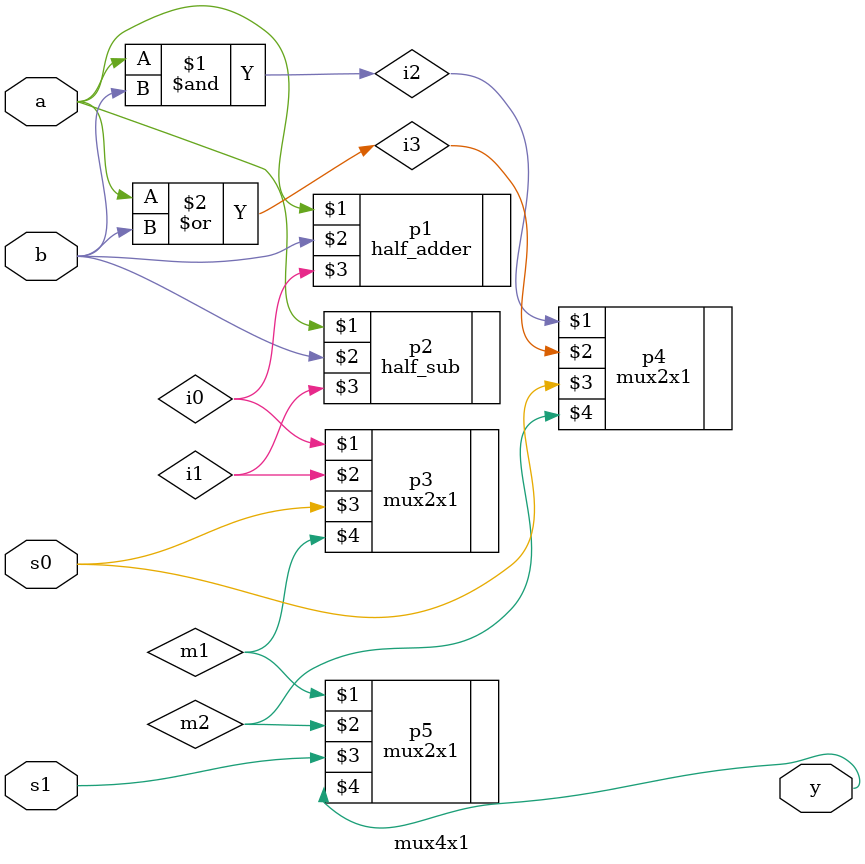
<source format=v>
module mux4x1(a,b,s1,s0,y);
input a,b,s1,s0;
output y;
half_adder p1(a,b,i0);
half_sub p2(a,b,i1);
and(i2,a,b);
or(i3,a,b);

mux2x1 p3(i0,i1,s0,m1);
mux2x1 p4(i2,i3,s0,m2);
mux2x1 p5(m1,m2,s1,y);
endmodule

</source>
